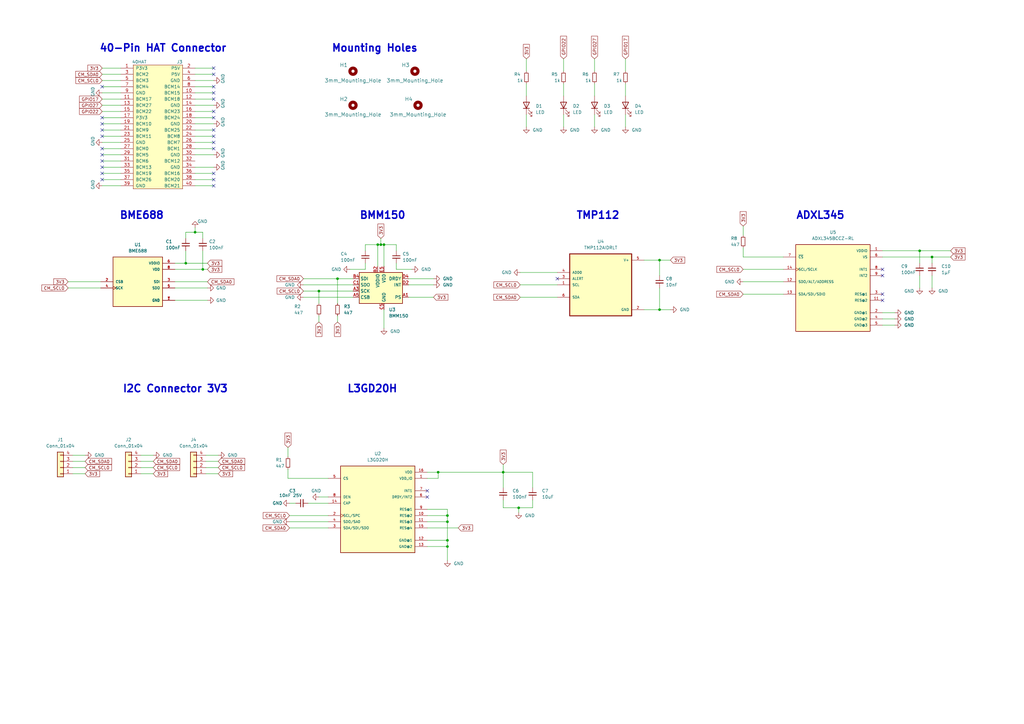
<source format=kicad_sch>
(kicad_sch (version 20230121) (generator eeschema)
  (paper "A3")
  (title_block (title "Raspberry Pi HAT") (rev "A"))
  (lib_symbols
    (symbol "ADXL345BCCZ-RL:ADXL345BCCZ-RL" (pin_names (offset 1.016))
      (property "Reference" "U" (at -14.224 18.542 0))
      (property "Value" "ADXL345BCCZ-RL" (at -14.2494 -19.8374 0))
      (symbol "ADXL345BCCZ-RL_0_0"
        (rectangle (start -15.24 -17.78) (end 15.24 17.78) (stroke (width 0.254)) (fill (type background)))
        (pin power_in line (at 20.32 15.24 180) (length 5.08) (name "VDDIO") (number "1"))
        (pin passive line (at 20.32 -5.08 180) (length 5.08) (name "RES@2") (number "11"))
        (pin bidirectional line (at -20.32 2.54 0) (length 5.08) (name "SDO/ALT/ADDRESS") (number "12"))
        (pin bidirectional line (at -20.32 -2.54 0) (length 5.08) (name "SDA/SDI/SDIO") (number "13"))
        (pin input clock (at -20.32 7.62 0) (length 5.08) (name "SCL/SCLK") (number "14"))
        (pin power_in line (at 20.32 -10.16 180) (length 5.08) (name "GND@1") (number "2"))
        (pin passive line (at 20.32 -2.54 180) (length 5.08) (name "RES@1") (number "3"))
        (pin power_in line (at 20.32 -12.7 180) (length 5.08) (name "GND@2") (number "4"))
        (pin power_in line (at 20.32 -15.24 180) (length 5.08) (name "GND@3") (number "5"))
        (pin power_in line (at 20.32 12.7 180) (length 5.08) (name "VS") (number "6"))
        (pin bidirectional line (at -20.32 12.7 0) (length 5.08) (name "~{CS}") (number "7"))
        (pin output line (at 20.32 7.62 180) (length 5.08) (name "INT1") (number "8"))
        (pin output line (at 20.32 5.08 180) (length 5.08) (name "INT2") (number "9"))
      )
    )
    (symbol "BME688:BME688" (pin_names (offset 1.016))
      (property "Reference" "U" (at -10.16 10.668 0))
      (property "Value" "BME688" (at -10.16 -12.7 0))
      (symbol "BME688_0_0"
        (rectangle (start -10.16 -10.16) (end 10.16 10.16) (stroke (width 0.254)) (fill (type background)))
        (pin power_in line (at 15.24 -7.62 180) (length 5.08) (name "GND") (number "1"))
        (pin input line (at -15.24 0 0) (length 5.08) (name "CSB") (number "2"))
        (pin bidirectional line (at 15.24 0 180) (length 5.08) (name "SDI") (number "3"))
        (pin input clock (at -15.24 -2.54 0) (length 5.08) (name "SCK") (number "4"))
        (pin bidirectional line (at 15.24 -2.54 180) (length 5.08) (name "SDO") (number "5"))
        (pin power_in line (at 15.24 7.62 180) (length 5.08) (name "VDDIO") (number "6"))
        (pin power_in line (at 15.24 -7.62 180) (length 5.08) (name "GND") (number "7"))
        (pin power_in line (at 15.24 5.08 180) (length 5.08) (name "VDD") (number "8"))
      )
    )
    (symbol "Connector_Generic:Conn_01x04" (pin_names (offset 1.016) hide)
      (property "Reference" "J" (at 0 5.08 0))
      (property "Value" "Conn_01x04" (at 0 -7.62 0))
      (symbol "Conn_01x04_1_1"
        (rectangle (start -1.27 -4.953) (end 0 -5.207) (stroke (width 0.1524)))
        (rectangle (start -1.27 -2.413) (end 0 -2.667) (stroke (width 0.1524)))
        (rectangle (start -1.27 0.127) (end 0 -0.127) (stroke (width 0.1524)))
        (rectangle (start -1.27 2.667) (end 0 2.413) (stroke (width 0.1524)))
        (rectangle (start -1.27 3.81) (end 1.27 -6.35) (stroke (width 0.254)) (fill (type background)))
        (pin passive line (at -5.08 2.54 0) (length 3.81) (name "Pin_1") (number "1"))
        (pin passive line (at -5.08 0 0) (length 3.81) (name "Pin_2") (number "2"))
        (pin passive line (at -5.08 -2.54 0) (length 3.81) (name "Pin_3") (number "3"))
        (pin passive line (at -5.08 -5.08 0) (length 3.81) (name "Pin_4") (number "4"))
      )
    )
    (symbol "Device:C_Small" (pin_numbers hide) (pin_names (offset 0.254) hide)
      (property "Reference" "C" (at 0.254 1.778 0))
      (property "Value" "C_Small" (at 0.254 -2.032 0))
      (symbol "C_Small_0_1"
        (polyline (pts (xy -1.524 -0.508) (xy 1.524 -0.508)) (stroke (width 0.3302)))
        (polyline (pts (xy -1.524 0.508) (xy 1.524 0.508)) (stroke (width 0.3048)))
      )
      (symbol "C_Small_1_1"
        (pin passive line (at 0 2.54 270) (length 2.032) (name "~") (number "1"))
        (pin passive line (at 0 -2.54 90) (length 2.032) (name "~") (number "2"))
      )
    )
    (symbol "Device:LED" (pin_numbers hide) (pin_names (offset 1.016) hide)
      (property "Reference" "D" (at 0 2.54 0))
      (property "Value" "LED" (at 0 -2.54 0))
      (symbol "LED_0_1"
        (polyline (pts (xy -1.27 -1.27) (xy -1.27 1.27)) (stroke (width 0.254)))
        (polyline (pts (xy -1.27 0) (xy 1.27 0)))
        (polyline (pts (xy 1.27 -1.27) (xy 1.27 1.27) (xy -1.27 0) (xy 1.27 -1.27)) (stroke (width 0.254)))
        (polyline (pts (xy -3.048 -0.762) (xy -4.572 -2.286) (xy -3.81 -2.286) (xy -4.572 -2.286) (xy -4.572 -1.524)))
        (polyline (pts (xy -1.778 -0.762) (xy -3.302 -2.286) (xy -2.54 -2.286) (xy -3.302 -2.286) (xy -3.302 -1.524)))
      )
      (symbol "LED_1_1"
        (pin passive line (at -3.81 0 0) (length 2.54) (name "K") (number "1"))
        (pin passive line (at 3.81 0 180) (length 2.54) (name "A") (number "2"))
      )
    )
    (symbol "Device:R_Small" (pin_numbers hide) (pin_names (offset 0.254) hide)
      (property "Reference" "R" (at 0.762 0.508 0))
      (property "Value" "R_Small" (at 0.762 -1.016 0))
      (symbol "R_Small_0_1"
        (rectangle (start -0.762 1.778) (end 0.762 -1.778) (stroke (width 0.2032)))
      )
      (symbol "R_Small_1_1"
        (pin passive line (at 0 2.54 270) (length 0.762) (name "~") (number "1"))
        (pin passive line (at 0 -2.54 90) (length 0.762) (name "~") (number "2"))
      )
    )
    (symbol "L3GD20H:L3GD20H" (pin_names (offset 1.016))
      (property "Reference" "U" (at -15.259 17.8022 0))
      (property "Value" "L3GD20H" (at -15.2444 -20.3259 0))
      (symbol "L3GD20H_0_0"
        (rectangle (start -15.24 -17.78) (end 15.24 17.78) (stroke (width 0.254)) (fill (type background)))
        (pin power_in line (at 20.32 12.7 180) (length 5.08) (name "VDD_IO") (number "1"))
        (pin power_in line (at 20.32 -2.54 180) (length 5.08) (name "RES@2") (number "10"))
        (pin power_in line (at 20.32 -5.08 180) (length 5.08) (name "RES@3") (number "11"))
        (pin power_in line (at 20.32 -12.7 180) (length 5.08) (name "GND@1") (number "12"))
        (pin power_in line (at 20.32 -15.24 180) (length 5.08) (name "GND@2") (number "13"))
        (pin passive line (at -20.32 2.54 0) (length 5.08) (name "CAP") (number "14"))
        (pin power_in line (at 20.32 -7.62 180) (length 5.08) (name "RES@4") (number "15"))
        (pin power_in line (at 20.32 15.24 180) (length 5.08) (name "VDD") (number "16"))
        (pin input clock (at -20.32 -2.54 0) (length 5.08) (name "SCL/SPC") (number "2"))
        (pin bidirectional line (at -20.32 -7.62 0) (length 5.08) (name "SDA/SDI/SDO") (number "3"))
        (pin bidirectional line (at -20.32 -5.08 0) (length 5.08) (name "SDO/SA0") (number "4"))
        (pin input line (at -20.32 12.7 0) (length 5.08) (name "CS") (number "5"))
        (pin output line (at 20.32 5.08 180) (length 5.08) (name "DRDY/INT2") (number "6"))
        (pin output line (at 20.32 7.62 180) (length 5.08) (name "INT1") (number "7"))
        (pin input line (at -20.32 5.08 0) (length 5.08) (name "DEN") (number "8"))
        (pin power_in line (at 20.32 0 180) (length 5.08) (name "RES@1") (number "9"))
      )
    )
    (symbol "Mechanical:MountingHole" (pin_names (offset 1.016))
      (property "Reference" "H" (at 0 5.08 0))
      (property "Value" "MountingHole" (at 0 3.175 0))
      (symbol "MountingHole_0_1"
        (circle (center 0 0) (radius 1.27) (stroke (width 1.27)))
      )
    )
    (symbol "Sensor_Magnetic:BMM150"
      (property "Reference" "U" (at -10.16 6.35 0))
      (property "Value" "BMM150" (at 7.62 6.35 0))
      (symbol "BMM150_0_1"
        (rectangle (start -10.16 5.08) (end 7.62 -7.62) (stroke (width 0.254)) (fill (type background)))
      )
      (symbol "BMM150_1_1"
        (pin input line (at 10.16 -5.08 180) (length 2.54) (name "PS") (number "A1"))
        (pin bidirectional line (at -12.7 -2.54 0) (length 2.54) (name "SCK") (number "A3"))
        (pin input line (at -12.7 -5.08 0) (length 2.54) (name "CSB") (number "A5"))
        (pin power_in line (at -2.54 7.62 270) (length 2.54) (name "VDDIO") (number "B2"))
        (pin bidirectional line (at -12.7 2.54 0) (length 2.54) (name "SDI") (number "B4"))
        (pin bidirectional line (at -12.7 0 0) (length 2.54) (name "SDO") (number "C1"))
        (pin power_in line (at 0 -10.16 90) (length 2.54) (name "GND") (number "C5"))
        (pin output line (at 10.16 0 180) (length 2.54) (name "INT") (number "D2"))
        (pin output line (at 10.16 2.54 180) (length 2.54) (name "DRDY") (number "D4"))
        (pin passive line (at 0 -10.16 90) (length 2.54) hide (name "GND") (number "E1"))
        (pin passive line (at 0 -10.16 90) (length 2.54) hide (name "GND") (number "E3"))
        (pin power_in line (at 0 7.62 270) (length 2.54) (name "VDD") (number "E5"))
      )
    )
    (symbol "TMP112AIDRLT:TMP112AIDRLT" (pin_names (offset 1.016))
      (property "Reference" "U" (at -12.7 13.6906 0))
      (property "Value" "TMP112AIDRLT" (at -12.7 -16.6878 0))
      (symbol "TMP112AIDRLT_0_0"
        (rectangle (start -12.7 -12.7) (end 12.7 12.7) (stroke (width 0.4064)) (fill (type background)))
        (pin input line (at -17.78 0 0) (length 5.08) (name "SCL") (number "1"))
        (pin power_in line (at 17.78 -10.16 180) (length 5.08) (name "GND") (number "2"))
        (pin input line (at -17.78 2.54 0) (length 5.08) (name "ALERT") (number "3"))
        (pin input line (at -17.78 5.08 0) (length 5.08) (name "ADD0") (number "4"))
        (pin power_in line (at 17.78 10.16 180) (length 5.08) (name "V+") (number "5"))
        (pin bidirectional line (at -17.78 -5.08 0) (length 5.08) (name "SDA") (number "6"))
      )
    )
    (symbol "power:GND" (power) (pin_names (offset 0))
      (property "Value" "GND" (at 0 -3.81 0))
      (symbol "GND_0_1"
        (polyline (pts (xy 0 0) (xy 0 -1.27) (xy 1.27 -1.27) (xy 0 -2.54) (xy -1.27 -1.27) (xy 0 -1.27)))
      )
      (symbol "GND_1_1"
        (pin power_in line (at 0 0 270) (length 0) hide (name "GND") (number "1"))
      )
    )
    (symbol "raspberrypi_hat:OX40HAT" (pin_names (offset 1.016))
      (property "Reference" "J" (at 8.89 2.54 0))
      (property "Value" "OX40HAT" (at -7.62 2.54 0))
      (symbol "OX40HAT_0_1"
        (rectangle (start -10.16 1.27) (end 10.16 -49.53) (fill (type background)))
      )
      (symbol "OX40HAT_1_1"
        (pin bidirectional line (at -15.24 0 0) (length 5.08) (name "P3V3") (number "1"))
        (pin bidirectional line (at 15.24 -10.16 180) (length 5.08) (name "BCM15") (number "10"))
        (pin bidirectional line (at -15.24 -12.7 0) (length 5.08) (name "BCM17") (number "11"))
        (pin bidirectional line (at 15.24 -12.7 180) (length 5.08) (name "BCM18") (number "12"))
        (pin bidirectional line (at -15.24 -15.24 0) (length 5.08) (name "BCM27") (number "13"))
        (pin bidirectional line (at 15.24 -15.24 180) (length 5.08) (name "GND") (number "14"))
        (pin bidirectional line (at -15.24 -17.78 0) (length 5.08) (name "BCM22") (number "15"))
        (pin bidirectional line (at 15.24 -17.78 180) (length 5.08) (name "BCM23") (number "16"))
        (pin bidirectional line (at -15.24 -20.32 0) (length 5.08) (name "P3V3") (number "17"))
        (pin bidirectional line (at 15.24 -20.32 180) (length 5.08) (name "BCM24") (number "18"))
        (pin bidirectional line (at -15.24 -22.86 0) (length 5.08) (name "BCM10") (number "19"))
        (pin bidirectional line (at 15.24 0 180) (length 5.08) (name "P5V") (number "2"))
        (pin bidirectional line (at 15.24 -22.86 180) (length 5.08) (name "GND") (number "20"))
        (pin bidirectional line (at -15.24 -25.4 0) (length 5.08) (name "BCM9") (number "21"))
        (pin bidirectional line (at 15.24 -25.4 180) (length 5.08) (name "BCM25") (number "22"))
        (pin bidirectional line (at -15.24 -27.94 0) (length 5.08) (name "BCM11") (number "23"))
        (pin bidirectional line (at 15.24 -27.94 180) (length 5.08) (name "BCM8") (number "24"))
        (pin bidirectional line (at -15.24 -30.48 0) (length 5.08) (name "GND") (number "25"))
        (pin bidirectional line (at 15.24 -30.48 180) (length 5.08) (name "BCM7") (number "26"))
        (pin bidirectional line (at -15.24 -33.02 0) (length 5.08) (name "BCM0") (number "27"))
        (pin bidirectional line (at 15.24 -33.02 180) (length 5.08) (name "BCM1") (number "28"))
        (pin bidirectional line (at -15.24 -35.56 0) (length 5.08) (name "BCM5") (number "29"))
        (pin bidirectional line (at -15.24 -2.54 0) (length 5.08) (name "BCM2") (number "3"))
        (pin bidirectional line (at 15.24 -35.56 180) (length 5.08) (name "GND") (number "30"))
        (pin bidirectional line (at -15.24 -38.1 0) (length 5.08) (name "BCM6") (number "31"))
        (pin bidirectional line (at 15.24 -38.1 180) (length 5.08) (name "BCM12") (number "32"))
        (pin bidirectional line (at -15.24 -40.64 0) (length 5.08) (name "BCM13") (number "33"))
        (pin bidirectional line (at 15.24 -40.64 180) (length 5.08) (name "GND") (number "34"))
        (pin bidirectional line (at -15.24 -43.18 0) (length 5.08) (name "BCM19") (number "35"))
        (pin bidirectional line (at 15.24 -43.18 180) (length 5.08) (name "BCM16") (number "36"))
        (pin bidirectional line (at -15.24 -45.72 0) (length 5.08) (name "BCM26") (number "37"))
        (pin bidirectional line (at 15.24 -45.72 180) (length 5.08) (name "BCM20") (number "38"))
        (pin bidirectional line (at -15.24 -48.26 0) (length 5.08) (name "GND") (number "39"))
        (pin bidirectional line (at 15.24 -2.54 180) (length 5.08) (name "P5V") (number "4"))
        (pin bidirectional line (at 15.24 -48.26 180) (length 5.08) (name "BCM21") (number "40"))
        (pin bidirectional line (at -15.24 -5.08 0) (length 5.08) (name "BCM3") (number "5"))
        (pin bidirectional line (at 15.24 -5.08 180) (length 5.08) (name "GND") (number "6"))
        (pin bidirectional line (at -15.24 -7.62 0) (length 5.08) (name "BCM4") (number "7"))
        (pin bidirectional line (at 15.24 -7.62 180) (length 5.08) (name "BCM14") (number "8"))
        (pin bidirectional line (at -15.24 -10.16 0) (length 5.08) (name "GND") (number "9"))
      )
    )
  )
  (junction (at 80.01 95.25))
  (junction (at 130.81 119.38))
  (junction (at 156.21 100.33))
  (junction (at 270.51 127))
  (junction (at 76.2 107.95))
  (junction (at 212.725 208.28))
  (junction (at 377.19 102.87))
  (junction (at 382.27 105.41))
  (junction (at 183.515 211.455))
  (junction (at 206.375 193.675))
  (junction (at 179.705 193.675))
  (junction (at 83.185 110.49))
  (junction (at 183.515 221.615))
  (junction (at 138.43 114.3))
  (junction (at 270.51 106.68))
  (junction (at 183.515 213.995))
  (junction (at 154.94 100.33))
  (junction (at 183.515 224.155))
  (junction (at 157.48 100.33))
  (no_connect (at 41.91 71.12))
  (no_connect (at 175.26 203.835))
  (no_connect (at 361.95 123.19))
  (no_connect (at 87.63 38.1))
  (no_connect (at 87.63 40.64))
  (no_connect (at 87.63 48.26))
  (no_connect (at 87.63 60.96))
  (no_connect (at 87.63 55.88))
  (no_connect (at 87.63 71.12))
  (no_connect (at 361.95 110.49))
  (no_connect (at 87.63 35.56))
  (no_connect (at 87.63 76.2))
  (no_connect (at 41.91 73.66))
  (no_connect (at 87.63 73.66))
  (no_connect (at 87.63 27.94))
  (no_connect (at 87.63 30.48))
  (no_connect (at 175.26 201.295))
  (no_connect (at 41.91 60.96))
  (no_connect (at 41.91 50.8))
  (no_connect (at 361.95 113.03))
  (no_connect (at 361.95 120.65))
  (no_connect (at 41.91 68.58))
  (no_connect (at 87.63 45.72))
  (no_connect (at 41.91 35.56))
  (no_connect (at 228.6 114.3))
  (no_connect (at 41.91 48.26))
  (no_connect (at 41.91 55.88))
  (no_connect (at 41.91 66.04))
  (no_connect (at 87.63 58.42))
  (no_connect (at 87.63 53.34))
  (no_connect (at 41.91 63.5))
  (no_connect (at 41.91 53.34))
  (wire (pts (xy 71.755 107.95) (xy 76.2 107.95)))
  (wire (pts (xy 175.26 224.155) (xy 183.515 224.155)))
  (wire (pts (xy 206.375 193.675) (xy 218.44 193.675)))
  (wire (pts (xy 138.43 114.3) (xy 138.43 124.46)))
  (wire (pts (xy 157.48 100.33) (xy 157.48 109.22)))
  (wire (pts (xy 175.26 208.915) (xy 183.515 208.915)))
  (wire (pts (xy 80.01 95.25) (xy 83.185 95.25)))
  (wire (pts (xy 361.95 102.87) (xy 377.19 102.87)))
  (wire (pts (xy 138.43 114.3) (xy 144.78 114.3)))
  (wire (pts (xy 124.46 114.3) (xy 138.43 114.3)))
  (wire (pts (xy 130.81 119.38) (xy 144.78 119.38)))
  (wire (pts (xy 157.48 127) (xy 157.48 134.62)))
  (wire (pts (xy 183.515 213.995) (xy 183.515 221.615)))
  (wire (pts (xy 87.63 60.96) (xy 80.01 60.96)))
  (wire (pts (xy 41.91 40.64) (xy 49.53 40.64)))
  (wire (pts (xy 183.515 224.155) (xy 183.515 229.87)))
  (wire (pts (xy 256.54 24.13) (xy 256.54 29.21)))
  (wire (pts (xy 71.755 123.19) (xy 85.09 123.19)))
  (wire (pts (xy 270.51 127) (xy 274.955 127)))
  (wire (pts (xy 206.375 208.28) (xy 212.725 208.28)))
  (wire (pts (xy 126.365 206.375) (xy 134.62 206.375)))
  (wire (pts (xy 84.455 186.69) (xy 89.535 186.69)))
  (wire (pts (xy 175.26 213.995) (xy 183.515 213.995)))
  (wire (pts (xy 304.8 120.65) (xy 321.31 120.65)))
  (wire (pts (xy 149.86 110.49) (xy 143.51 110.49)))
  (wire (pts (xy 167.64 121.92) (xy 177.8 121.92)))
  (wire (pts (xy 270.51 127) (xy 264.16 127)))
  (wire (pts (xy 218.44 193.675) (xy 218.44 200.025)))
  (wire (pts (xy 377.19 102.87) (xy 377.19 107.95)))
  (wire (pts (xy 41.91 45.72) (xy 49.53 45.72)))
  (wire (pts (xy 270.51 118.11) (xy 270.51 127)))
  (wire (pts (xy 256.54 34.29) (xy 256.54 39.37)))
  (wire (pts (xy 76.2 97.79) (xy 76.2 95.25)))
  (wire (pts (xy 243.84 34.29) (xy 243.84 39.37)))
  (wire (pts (xy 41.91 50.8) (xy 49.53 50.8)))
  (wire (pts (xy 231.14 34.29) (xy 231.14 39.37)))
  (wire (pts (xy 27.94 118.11) (xy 41.275 118.11)))
  (wire (pts (xy 87.63 55.88) (xy 80.01 55.88)))
  (wire (pts (xy 87.63 58.42) (xy 80.01 58.42)))
  (wire (pts (xy 130.81 119.38) (xy 130.81 124.46)))
  (wire (pts (xy 87.63 71.12) (xy 80.01 71.12)))
  (wire (pts (xy 156.21 100.33) (xy 157.48 100.33)))
  (wire (pts (xy 124.46 119.38) (xy 130.81 119.38)))
  (wire (pts (xy 84.455 191.77) (xy 89.535 191.77)))
  (wire (pts (xy 29.845 189.23) (xy 34.925 189.23)))
  (wire (pts (xy 118.745 213.995) (xy 134.62 213.995)))
  (wire (pts (xy 80.01 43.18) (xy 87.63 43.18)))
  (wire (pts (xy 270.51 106.68) (xy 274.955 106.68)))
  (wire (pts (xy 175.26 216.535) (xy 187.96 216.535)))
  (wire (pts (xy 83.185 102.87) (xy 83.185 110.49)))
  (wire (pts (xy 87.63 35.56) (xy 80.01 35.56)))
  (wire (pts (xy 149.86 107.95) (xy 149.86 110.49)))
  (wire (pts (xy 118.11 192.405) (xy 118.11 196.215)))
  (wire (pts (xy 162.56 100.33) (xy 162.56 102.87)))
  (wire (pts (xy 175.26 193.675) (xy 179.705 193.675)))
  (wire (pts (xy 124.46 121.92) (xy 144.78 121.92)))
  (wire (pts (xy 231.14 24.13) (xy 231.14 29.21)))
  (wire (pts (xy 213.36 111.76) (xy 228.6 111.76)))
  (wire (pts (xy 118.11 183.515) (xy 118.11 187.325)))
  (wire (pts (xy 41.91 48.26) (xy 49.53 48.26)))
  (wire (pts (xy 304.8 92.71) (xy 304.8 96.52)))
  (wire (pts (xy 179.705 193.675) (xy 206.375 193.675)))
  (wire (pts (xy 206.375 193.675) (xy 206.375 200.025)))
  (wire (pts (xy 304.8 101.6) (xy 304.8 105.41)))
  (wire (pts (xy 213.36 121.92) (xy 228.6 121.92)))
  (wire (pts (xy 29.845 191.77) (xy 34.925 191.77)))
  (wire (pts (xy 157.48 100.33) (xy 162.56 100.33)))
  (wire (pts (xy 87.63 73.66) (xy 80.01 73.66)))
  (wire (pts (xy 215.9 46.99) (xy 215.9 52.07)))
  (wire (pts (xy 80.01 63.5) (xy 87.63 63.5)))
  (wire (pts (xy 218.44 208.28) (xy 212.725 208.28)))
  (wire (pts (xy 29.845 194.31) (xy 34.925 194.31)))
  (wire (pts (xy 80.01 68.58) (xy 87.63 68.58)))
  (wire (pts (xy 41.91 76.2) (xy 49.53 76.2)))
  (wire (pts (xy 156.21 97.79) (xy 156.21 100.33)))
  (wire (pts (xy 41.91 30.48) (xy 49.53 30.48)))
  (wire (pts (xy 41.91 58.42) (xy 49.53 58.42)))
  (wire (pts (xy 361.95 128.27) (xy 367.03 128.27)))
  (wire (pts (xy 218.44 205.105) (xy 218.44 208.28)))
  (wire (pts (xy 76.2 95.25) (xy 80.01 95.25)))
  (wire (pts (xy 41.91 55.88) (xy 49.53 55.88)))
  (wire (pts (xy 231.14 46.99) (xy 231.14 52.07)))
  (wire (pts (xy 167.64 114.3) (xy 177.8 114.3)))
  (wire (pts (xy 71.755 115.57) (xy 85.09 115.57)))
  (wire (pts (xy 304.8 105.41) (xy 321.31 105.41)))
  (wire (pts (xy 57.785 194.31) (xy 62.865 194.31)))
  (wire (pts (xy 382.27 113.03) (xy 382.27 118.11)))
  (wire (pts (xy 83.185 110.49) (xy 85.09 110.49)))
  (wire (pts (xy 57.785 191.77) (xy 62.865 191.77)))
  (wire (pts (xy 83.185 95.25) (xy 83.185 97.79)))
  (wire (pts (xy 76.2 107.95) (xy 85.09 107.95)))
  (wire (pts (xy 154.94 100.33) (xy 156.21 100.33)))
  (wire (pts (xy 80.01 93.345) (xy 80.01 95.25)))
  (wire (pts (xy 87.63 76.2) (xy 80.01 76.2)))
  (wire (pts (xy 57.785 189.23) (xy 62.865 189.23)))
  (wire (pts (xy 118.745 206.375) (xy 121.285 206.375)))
  (wire (pts (xy 80.01 33.02) (xy 87.63 33.02)))
  (wire (pts (xy 167.64 116.84) (xy 177.8 116.84)))
  (wire (pts (xy 87.63 38.1) (xy 80.01 38.1)))
  (wire (pts (xy 206.375 190.5) (xy 206.375 193.675)))
  (wire (pts (xy 304.8 115.57) (xy 321.31 115.57)))
  (wire (pts (xy 377.19 113.03) (xy 377.19 118.11)))
  (wire (pts (xy 361.95 105.41) (xy 382.27 105.41)))
  (wire (pts (xy 71.755 118.11) (xy 85.09 118.11)))
  (wire (pts (xy 215.9 34.29) (xy 215.9 39.37)))
  (wire (pts (xy 206.375 205.105) (xy 206.375 208.28)))
  (wire (pts (xy 256.54 46.99) (xy 256.54 52.07)))
  (wire (pts (xy 41.91 63.5) (xy 49.53 63.5)))
  (wire (pts (xy 243.84 24.13) (xy 243.84 29.21)))
  (wire (pts (xy 270.51 106.68) (xy 270.51 113.03)))
  (wire (pts (xy 154.94 100.33) (xy 149.86 100.33)))
  (wire (pts (xy 87.63 40.64) (xy 80.01 40.64)))
  (wire (pts (xy 41.91 73.66) (xy 49.53 73.66)))
  (wire (pts (xy 57.785 186.69) (xy 62.865 186.69)))
  (wire (pts (xy 118.11 196.215) (xy 134.62 196.215)))
  (wire (pts (xy 361.95 133.35) (xy 367.03 133.35)))
  (wire (pts (xy 87.63 27.94) (xy 80.01 27.94)))
  (wire (pts (xy 175.26 196.215) (xy 179.705 196.215)))
  (wire (pts (xy 41.91 35.56) (xy 49.53 35.56)))
  (wire (pts (xy 124.46 116.84) (xy 144.78 116.84)))
  (wire (pts (xy 212.725 208.28) (xy 212.725 210.185)))
  (wire (pts (xy 41.91 38.1) (xy 49.53 38.1)))
  (wire (pts (xy 304.8 110.49) (xy 321.31 110.49)))
  (wire (pts (xy 213.36 116.84) (xy 228.6 116.84)))
  (wire (pts (xy 377.19 102.87) (xy 389.89 102.87)))
  (wire (pts (xy 41.91 68.58) (xy 49.53 68.58)))
  (wire (pts (xy 215.9 24.13) (xy 215.9 29.21)))
  (wire (pts (xy 183.515 221.615) (xy 183.515 224.155)))
  (wire (pts (xy 382.27 105.41) (xy 389.89 105.41)))
  (wire (pts (xy 130.81 129.54) (xy 130.81 132.08)))
  (wire (pts (xy 175.26 211.455) (xy 183.515 211.455)))
  (wire (pts (xy 130.81 203.835) (xy 134.62 203.835)))
  (wire (pts (xy 243.84 46.99) (xy 243.84 52.07)))
  (wire (pts (xy 29.845 186.69) (xy 34.925 186.69)))
  (wire (pts (xy 138.43 129.54) (xy 138.43 132.08)))
  (wire (pts (xy 118.745 216.535) (xy 134.62 216.535)))
  (wire (pts (xy 87.63 30.48) (xy 80.01 30.48)))
  (wire (pts (xy 264.16 106.68) (xy 270.51 106.68)))
  (wire (pts (xy 84.455 189.23) (xy 89.535 189.23)))
  (wire (pts (xy 80.01 50.8) (xy 87.63 50.8)))
  (wire (pts (xy 87.63 53.34) (xy 80.01 53.34)))
  (wire (pts (xy 175.26 221.615) (xy 183.515 221.615)))
  (wire (pts (xy 183.515 208.915) (xy 183.515 211.455)))
  (wire (pts (xy 162.56 110.49) (xy 162.56 107.95)))
  (wire (pts (xy 84.455 194.31) (xy 89.535 194.31)))
  (wire (pts (xy 41.91 60.96) (xy 49.53 60.96)))
  (wire (pts (xy 118.745 211.455) (xy 134.62 211.455)))
  (wire (pts (xy 87.63 48.26) (xy 80.01 48.26)))
  (wire (pts (xy 87.63 45.72) (xy 80.01 45.72)))
  (wire (pts (xy 27.94 115.57) (xy 41.275 115.57)))
  (wire (pts (xy 149.86 100.33) (xy 149.86 102.87)))
  (wire (pts (xy 41.91 27.94) (xy 49.53 27.94)))
  (wire (pts (xy 361.95 130.81) (xy 367.03 130.81)))
  (wire (pts (xy 179.705 196.215) (xy 179.705 193.675)))
  (wire (pts (xy 168.91 110.49) (xy 162.56 110.49)))
  (wire (pts (xy 41.91 43.18) (xy 49.53 43.18)))
  (wire (pts (xy 183.515 211.455) (xy 183.515 213.995)))
  (wire (pts (xy 41.91 33.02) (xy 49.53 33.02)))
  (wire (pts (xy 71.755 110.49) (xy 83.185 110.49)))
  (wire (pts (xy 382.27 105.41) (xy 382.27 107.95)))
  (wire (pts (xy 41.91 71.12) (xy 49.53 71.12)))
  (wire (pts (xy 76.2 102.87) (xy 76.2 107.95)))
  (wire (pts (xy 41.91 66.04) (xy 49.53 66.04)))
  (wire (pts (xy 41.91 53.34) (xy 49.53 53.34)))
  (wire (pts (xy 154.94 100.33) (xy 154.94 109.22)))
  (text "I2C Connector 3V3" (at 50.165 161.29 0) (effects (font (size 3 3) (thickness 0.6) bold) (justify left bottom)))
  (text "ADXL345" (at 326.39 90.17 0) (effects (font (size 3 3) (thickness 0.6) bold) (justify left bottom)))
  (text "40-Pin HAT Connector" (at 40.64 21.59 0) (effects (font (size 2.9972 2.9972) (thickness 0.5994) bold) (justify left bottom)))
  (text "Mounting Holes" (at 135.89 21.59 0) (effects (font (size 2.9972 2.9972) (thickness 0.5994) bold) (justify left bottom)))
  (text "BMM150" (at 147.32 90.17 0) (effects (font (size 3 3) (thickness 0.6) bold) (justify left bottom)))
  (text "TMP112" (at 236.22 90.17 0) (effects (font (size 3 3) (thickness 0.6) bold) (justify left bottom)))
  (text "BME688\n" (at 48.895 90.17 0) (effects (font (size 3 3) (thickness 0.6) bold) (justify left bottom)))
  (text "L3GD20H" (at 142.24 161.29 0) (effects (font (size 3 3) (thickness 0.6) bold) (justify left bottom)))
  (global_label "3V3" (shape input) (at 41.91 27.94 180) (property "Intersheetrefs" "${INTERSHEET_REFS}" (effects hide)))
  (global_label "GPIO22" (shape input) (at 41.91 45.72 180) (property "Intersheetrefs" "${INTERSHEET_REFS}" (effects hide)))
  (global_label "CM_SDA0" (shape input) (at 118.745 216.535 180) (property "Intersheetrefs" "${INTERSHEET_REFS}" (effects hide)))
  (global_label "3V3" (shape input) (at 138.43 132.08 270) (property "Intersheetrefs" "${INTERSHEET_REFS}" (effects hide)))
  (global_label "3V3" (shape input) (at 85.09 110.49 0) (property "Intersheetrefs" "${INTERSHEET_REFS}" (effects hide)))
  (global_label "GPIO27" (shape input) (at 41.91 43.18 180) (property "Intersheetrefs" "${INTERSHEET_REFS}" (effects hide)))
  (global_label "CM_SCL0" (shape input) (at 213.36 116.84 180) (property "Intersheetrefs" "${INTERSHEET_REFS}" (effects hide)))
  (global_label "3V3" (shape input) (at 177.8 121.92 0) (property "Intersheetrefs" "${INTERSHEET_REFS}" (effects hide)))
  (global_label "CM_SCL0" (shape input) (at 304.8 110.49 180) (property "Intersheetrefs" "${INTERSHEET_REFS}" (effects hide)))
  (global_label "CM_SDA0" (shape input) (at 41.91 30.48 180) (property "Intersheetrefs" "${INTERSHEET_REFS}" (effects hide)))
  (global_label "3V3" (shape input) (at 274.955 106.68 0) (property "Intersheetrefs" "${INTERSHEET_REFS}" (effects hide)))
  (global_label "CM_SCL0" (shape input) (at 34.925 191.77 0) (property "Intersheetrefs" "${INTERSHEET_REFS}" (effects hide)))
  (global_label "GPIO22" (shape input) (at 231.14 24.13 90) (property "Intersheetrefs" "${INTERSHEET_REFS}" (effects hide)))
  (global_label "CM_SDA0" (shape input) (at 62.865 189.23 0) (property "Intersheetrefs" "${INTERSHEET_REFS}" (effects hide)))
  (global_label "CM_SDA0" (shape input) (at 213.36 121.92 180) (property "Intersheetrefs" "${INTERSHEET_REFS}" (effects hide)))
  (global_label "3V3" (shape input) (at 34.925 194.31 0) (property "Intersheetrefs" "${INTERSHEET_REFS}" (effects hide)))
  (global_label "CM_SCL0" (shape input) (at 62.865 191.77 0) (property "Intersheetrefs" "${INTERSHEET_REFS}" (effects hide)))
  (global_label "3V3" (shape input) (at 187.96 216.535 0) (property "Intersheetrefs" "${INTERSHEET_REFS}" (effects hide)))
  (global_label "CM_SCL0" (shape input) (at 89.535 191.77 0) (property "Intersheetrefs" "${INTERSHEET_REFS}" (effects hide)))
  (global_label "CM_SDA0" (shape input) (at 34.925 189.23 0) (property "Intersheetrefs" "${INTERSHEET_REFS}" (effects hide)))
  (global_label "CM_SCL0" (shape input) (at 124.46 119.38 180) (property "Intersheetrefs" "${INTERSHEET_REFS}" (effects hide)))
  (global_label "CM_SCL0" (shape input) (at 27.94 118.11 180) (property "Intersheetrefs" "${INTERSHEET_REFS}" (effects hide)))
  (global_label "CM_SDA0" (shape input) (at 304.8 120.65 180) (property "Intersheetrefs" "${INTERSHEET_REFS}" (effects hide)))
  (global_label "3V3" (shape input) (at 118.11 183.515 90) (property "Intersheetrefs" "${INTERSHEET_REFS}" (effects hide)))
  (global_label "3V3" (shape input) (at 389.89 102.87 0) (property "Intersheetrefs" "${INTERSHEET_REFS}" (effects hide)))
  (global_label "3V3" (shape input) (at 304.8 92.71 90) (property "Intersheetrefs" "${INTERSHEET_REFS}" (effects hide)))
  (global_label "GPIO17" (shape input) (at 41.91 40.64 180) (property "Intersheetrefs" "${INTERSHEET_REFS}" (effects hide)))
  (global_label "CM_SDA0" (shape input) (at 85.09 115.57 0) (property "Intersheetrefs" "${INTERSHEET_REFS}" (effects hide)))
  (global_label "3V3" (shape input) (at 206.375 190.5 90) (property "Intersheetrefs" "${INTERSHEET_REFS}" (effects hide)))
  (global_label "CM_SDA0" (shape input) (at 124.46 114.3 180) (property "Intersheetrefs" "${INTERSHEET_REFS}" (effects hide)))
  (global_label "3V3" (shape input) (at 85.09 107.95 0) (property "Intersheetrefs" "${INTERSHEET_REFS}" (effects hide)))
  (global_label "3V3" (shape input) (at 62.865 194.31 0) (property "Intersheetrefs" "${INTERSHEET_REFS}" (effects hide)))
  (global_label "3V3" (shape input) (at 389.89 105.41 0) (property "Intersheetrefs" "${INTERSHEET_REFS}" (effects hide)))
  (global_label "3V3" (shape input) (at 130.81 132.08 270) (property "Intersheetrefs" "${INTERSHEET_REFS}" (effects hide)))
  (global_label "GPIO17" (shape input) (at 256.54 24.13 90) (property "Intersheetrefs" "${INTERSHEET_REFS}" (effects hide)))
  (global_label "CM_SCL0" (shape input) (at 41.91 33.02 180) (property "Intersheetrefs" "${INTERSHEET_REFS}" (effects hide)))
  (global_label "CM_SCL0" (shape input) (at 118.745 211.455 180) (property "Intersheetrefs" "${INTERSHEET_REFS}" (effects hide)))
  (global_label "3V3" (shape input) (at 215.9 24.13 90) (property "Intersheetrefs" "${INTERSHEET_REFS}" (effects hide)))
  (global_label "3V3" (shape input) (at 89.535 194.31 0) (property "Intersheetrefs" "${INTERSHEET_REFS}" (effects hide)))
  (global_label "3V3" (shape input) (at 156.21 97.79 90) (property "Intersheetrefs" "${INTERSHEET_REFS}" (effects hide)))
  (global_label "GPIO27" (shape input) (at 243.84 24.13 90) (property "Intersheetrefs" "${INTERSHEET_REFS}" (effects hide)))
  (global_label "CM_SDA0" (shape input) (at 89.535 189.23 0) (property "Intersheetrefs" "${INTERSHEET_REFS}" (effects hide)))
  (global_label "3V3" (shape input) (at 27.94 115.57 180) (property "Intersheetrefs" "${INTERSHEET_REFS}" (effects hide)))
  (symbol (lib_id "Mechanical:MountingHole") (at 144.78 29.21 0) (unit 1)
    (property "Reference" "H1" (at 140.97 26.67 0) (effects (font (size 1.524 1.524))))
    (property "Value" "3mm_Mounting_Hole" (at 144.78 33.02 0) (effects (font (size 1.524 1.524))))
    (property "Footprint" "project_footprints:NPTH_3mm_ID" (effects hide))
  )
  (symbol (lib_id "Mechanical:MountingHole") (at 170.18 29.21 0) (unit 1)
    (property "Reference" "H3" (at 166.37 26.67 0) (effects (font (size 1.524 1.524))))
    (property "Value" "3mm_Mounting_Hole" (at 170.18 33.02 0) (effects (font (size 1.524 1.524))))
    (property "Footprint" "project_footprints:NPTH_3mm_ID" (effects hide))
  )
  (symbol (lib_id "Mechanical:MountingHole") (at 144.78 43.18 0) (unit 1)
    (property "Reference" "H2" (at 140.97 40.64 0) (effects (font (size 1.524 1.524))))
    (property "Value" "3mm_Mounting_Hole" (at 144.78 46.99 0) (effects (font (size 1.524 1.524))))
    (property "Footprint" "project_footprints:NPTH_3mm_ID" (effects hide))
  )
  (symbol (lib_id "Mechanical:MountingHole") (at 171.45 43.18 0) (unit 1)
    (property "Reference" "H4" (at 167.64 40.64 0) (effects (font (size 1.524 1.524))))
    (property "Value" "3mm_Mounting_Hole" (at 171.45 46.99 0) (effects (font (size 1.524 1.524))))
    (property "Footprint" "project_footprints:NPTH_3mm_ID" (effects hide))
  )
  (symbol (lib_id "raspberrypi_hat:OX40HAT") (at 64.77 27.94 0) (unit 1)
    (property "Reference" "J3" (at 73.66 25.4 0))
    (property "Value" "40HAT" (at 57.15 25.4 0))
    (property "Footprint" "Connector_PinSocket_2.54mm:PinSocket_2x20_P2.54mm_Vertical" (effects hide))
  )
  (symbol (lib_id "power:GND") (at 177.8 114.3 90) (unit 1)
    (property "Reference" "#PWR023" (effects hide))
    (property "Value" "GND" (at 181.61 114.2999 90) (effects (justify right)))
  )
  (symbol (lib_id "Connector_Generic:Conn_01x04") (at 24.765 191.77 180) (unit 1)
    (property "Reference" "J1" (at 24.765 180.34 0))
    (property "Value" "Conn_01x04" (at 24.765 182.88 0))
    (property "Footprint" "Connector_PinHeader_2.54mm:PinHeader_1x04_P2.54mm_Vertical" (effects hide))
  )
  (symbol (lib_id "power:GND") (at 85.09 123.19 90) (unit 1)
    (property "Reference" "#PWR08" (effects hide))
    (property "Value" "GND" (at 92.71 123.19 90) (effects (justify left)))
  )
  (symbol (lib_id "Device:C_Small") (at 206.375 202.565 0) (unit 1)
    (property "Reference" "C6" (at 210.185 201.295 0) (effects (justify left)))
    (property "Value" "100nF" (at 210.185 203.835 0) (effects (justify left)))
    (property "Footprint" "Capacitor_SMD:C_0603_1608Metric_Pad1.08x0.95mm_HandSolder" (effects hide))
  )
  (symbol (lib_id "power:GND") (at 213.36 111.76 270) (unit 1)
    (property "Reference" "#PWR027" (effects hide))
    (property "Value" "GND" (at 205.74 111.76 90) (effects (justify left)))
  )
  (symbol (lib_id "power:GND") (at 367.03 130.81 90) (unit 1)
    (property "Reference" "#PWR035" (effects hide))
    (property "Value" "GND" (at 370.84 130.8099 90) (effects (justify right)))
  )
  (symbol (lib_id "power:GND") (at 41.91 76.2 270) (unit 1)
    (property "Reference" "#PWR04" (effects hide))
    (property "Value" "GND" (at 38.1 73.66 0) (effects (justify left)))
  )
  (symbol (lib_id "power:GND") (at 41.91 38.1 270) (unit 1)
    (property "Reference" "#PWR02" (effects hide))
    (property "Value" "GND" (at 38.1 35.56 0) (effects (justify left)))
  )
  (symbol (lib_id "BME688:BME688") (at 56.515 115.57 0) (unit 1)
    (property "Reference" "U1" (at 56.515 100.33 0))
    (property "Value" "BME688" (at 56.515 102.87 0))
    (property "Footprint" "Package_LGA:Bosch_LGA-8_3x3mm_P0.8mm_ClockwisePinNumbering" (effects hide))
    (property "STANDARD" "Manufacturer recommendations" (effects hide))
    (property "MANUFACTURER" "BOSCH" (effects hide))
    (property "PARTREV" "1.0" (effects hide))
    (property "MAXIMUM_PACKAGE_HEIGHT" "1.0 mm" (effects hide))
  )
  (symbol (lib_id "power:GND") (at 80.01 93.345 180) (unit 1)
    (property "Reference" "#PWR06" (effects hide))
    (property "Value" "GND" (at 85.09 90.805 0) (effects (justify left)))
  )
  (symbol (lib_id "Device:R_Small") (at 138.43 127 0) (unit 1)
    (property "Reference" "R3" (at 140.97 125.7299 0) (effects (justify left)))
    (property "Value" "4k7" (at 140.97 128.2699 0) (effects (justify left)))
    (property "Footprint" "Resistor_SMD:R_0603_1608Metric_Pad0.98x0.95mm_HandSolder" (effects hide))
  )
  (symbol (lib_id "Device:C_Small") (at 270.51 115.57 0) (unit 1)
    (property "Reference" "C8" (at 273.05 114.3062 0) (effects (justify left)))
    (property "Value" "10nF" (at 273.05 116.8462 0) (effects (justify left)))
    (property "Footprint" "Capacitor_SMD:C_0603_1608Metric_Pad1.08x0.95mm_HandSolder" (effects hide))
  )
  (symbol (lib_id "power:GND") (at 130.81 203.835 270) (unit 1)
    (property "Reference" "#PWR019" (effects hide))
    (property "Value" "GND" (at 127.635 201.295 90) (effects (justify left)))
  )
  (symbol (lib_id "power:GND") (at 367.03 128.27 90) (unit 1)
    (property "Reference" "#PWR034" (effects hide))
    (property "Value" "GND" (at 370.84 128.2699 90) (effects (justify right)))
  )
  (symbol (lib_id "power:GND") (at 256.54 52.07 0) (unit 1)
    (property "Reference" "#PWR031" (effects hide))
    (property "Value" "GND" (at 259.08 53.3399 0) (effects (justify left)))
  )
  (symbol (lib_id "Device:C_Small") (at 76.2 100.33 0) (unit 1)
    (property "Reference" "C1" (at 67.945 99.06 0) (effects (justify left)))
    (property "Value" "100nF" (at 67.945 101.6 0) (effects (justify left)))
    (property "Footprint" "Capacitor_SMD:C_0603_1608Metric_Pad1.08x0.95mm_HandSolder" (effects hide))
  )
  (symbol (lib_id "power:GND") (at 274.955 127 90) (unit 1)
    (property "Reference" "#PWR032" (effects hide))
    (property "Value" "GND" (at 278.765 126.9999 90) (effects (justify right)))
  )
  (symbol (lib_id "Device:C_Small") (at 382.27 110.49 0) (unit 1)
    (property "Reference" "C10" (at 386.08 109.22 0) (effects (justify left)))
    (property "Value" "1µF" (at 386.08 111.76 0) (effects (justify left)))
    (property "Footprint" "Capacitor_SMD:C_0603_1608Metric_Pad1.08x0.95mm_HandSolder" (effects hide))
  )
  (symbol (lib_id "Device:R_Small") (at 304.8 99.06 0) (unit 1)
    (property "Reference" "R8" (at 299.72 97.79 0) (effects (justify left)))
    (property "Value" "4k7" (at 299.72 100.33 0) (effects (justify left)))
    (property "Footprint" "Resistor_SMD:R_0603_1608Metric_Pad0.98x0.95mm_HandSolder" (effects hide))
  )
  (symbol (lib_id "Device:R_Small") (at 243.84 31.75 0) (unit 1)
    (property "Reference" "R6" (at 238.76 30.48 0) (effects (justify left)))
    (property "Value" "1k" (at 240.03 33.02 0) (effects (justify left)))
    (property "Footprint" "Resistor_SMD:R_0603_1608Metric_Pad0.98x0.95mm_HandSolder" (effects hide))
  )
  (symbol (lib_id "power:GND") (at 87.63 33.02 90) (unit 1)
    (property "Reference" "#PWR09" (effects hide))
    (property "Value" "GND" (at 91.44 34.29 0) (effects (justify left)))
  )
  (symbol (lib_id "Device:LED") (at 243.84 43.18 90) (unit 1)
    (property "Reference" "D3" (at 247.65 43.4974 90) (effects (justify right)))
    (property "Value" "LED" (at 247.65 46.0374 90) (effects (justify right)))
    (property "Footprint" "LED_SMD:LED_0603_1608Metric_Pad1.05x0.95mm_HandSolder" (effects hide))
  )
  (symbol (lib_id "power:GND") (at 183.515 229.87 0) (unit 1)
    (property "Reference" "#PWR025" (effects hide))
    (property "Value" "GND" (at 186.055 231.1399 0) (effects (justify left)))
  )
  (symbol (lib_id "Device:C_Small") (at 123.825 206.375 90) (unit 1)
    (property "Reference" "C3" (at 121.285 201.295 90) (effects (justify left)))
    (property "Value" "10nF 25V" (at 123.825 203.2 90) (effects (justify left)))
    (property "Footprint" "Capacitor_SMD:C_0603_1608Metric_Pad1.08x0.95mm_HandSolder" (effects hide))
  )
  (symbol (lib_id "Device:R_Small") (at 130.81 127 0) (unit 1)
    (property "Reference" "R2" (at 120.65 125.73 0) (effects (justify left)))
    (property "Value" "4k7" (at 120.65 128.27 0) (effects (justify left)))
    (property "Footprint" "Resistor_SMD:R_0603_1608Metric_Pad0.98x0.95mm_HandSolder" (effects hide))
  )
  (symbol (lib_id "TMP112AIDRLT:TMP112AIDRLT") (at 246.38 116.84 0) (unit 1)
    (property "Reference" "U4" (at 246.38 99.06 0))
    (property "Value" "TMP112AIDRLT" (at 246.38 101.6 0))
    (property "Footprint" "Package_TO_SOT_SMD:SOT-563" (effects hide))
  )
  (symbol (lib_id "power:GND") (at 382.27 118.11 0) (unit 1)
    (property "Reference" "#PWR038" (effects hide))
    (property "Value" "GND" (at 384.81 119.3799 0) (effects (justify left)))
  )
  (symbol (lib_id "power:GND") (at 212.725 210.185 0) (unit 1)
    (property "Reference" "#PWR026" (effects hide))
    (property "Value" "GND" (at 215.265 211.4549 0) (effects (justify left)))
  )
  (symbol (lib_id "power:GND") (at 124.46 121.92 270) (unit 1)
    (property "Reference" "#PWR018" (effects hide))
    (property "Value" "GND" (at 116.84 121.92 90) (effects (justify left)))
  )
  (symbol (lib_id "power:GND") (at 34.925 186.69 90) (unit 1)
    (property "Reference" "#PWR01" (effects hide))
    (property "Value" "GND" (at 38.735 186.6899 90) (effects (justify right)))
  )
  (symbol (lib_id "power:GND") (at 231.14 52.07 0) (unit 1)
    (property "Reference" "#PWR029" (effects hide))
    (property "Value" "GND" (at 233.68 53.3399 0) (effects (justify left)))
  )
  (symbol (lib_id "power:GND") (at 367.03 133.35 90) (unit 1)
    (property "Reference" "#PWR036" (effects hide))
    (property "Value" "GND" (at 370.84 133.3499 90) (effects (justify right)))
  )
  (symbol (lib_id "power:GND") (at 89.535 186.69 90) (unit 1)
    (property "Reference" "#PWR014" (effects hide))
    (property "Value" "GND" (at 93.345 186.6899 90) (effects (justify right)))
  )
  (symbol (lib_id "Device:R_Small") (at 256.54 31.75 0) (unit 1)
    (property "Reference" "R7" (at 251.46 30.48 0) (effects (justify left)))
    (property "Value" "1k" (at 252.73 33.02 0) (effects (justify left)))
    (property "Footprint" "Resistor_SMD:R_0603_1608Metric_Pad0.98x0.95mm_HandSolder" (effects hide))
  )
  (symbol (lib_id "Connector_Generic:Conn_01x04") (at 79.375 191.77 180) (unit 1)
    (property "Reference" "J4" (at 79.375 180.34 0))
    (property "Value" "Conn_01x04" (at 79.375 182.88 0))
    (property "Footprint" "Connector_PinHeader_2.54mm:PinHeader_1x04_P2.54mm_Vertical" (effects hide))
  )
  (symbol (lib_id "Device:R_Small") (at 215.9 31.75 0) (unit 1)
    (property "Reference" "R4" (at 210.82 30.48 0) (effects (justify left)))
    (property "Value" "1k" (at 212.09 33.02 0) (effects (justify left)))
    (property "Footprint" "Resistor_SMD:R_0603_1608Metric_Pad0.98x0.95mm_HandSolder" (effects hide))
  )
  (symbol (lib_id "Device:LED") (at 256.54 43.18 90) (unit 1)
    (property "Reference" "D4" (at 260.35 43.4974 90) (effects (justify right)))
    (property "Value" "LED" (at 260.35 46.0374 90) (effects (justify right)))
    (property "Footprint" "LED_SMD:LED_0603_1608Metric_Pad1.05x0.95mm_HandSolder" (effects hide))
  )
  (symbol (lib_id "power:GND") (at 377.19 118.11 0) (unit 1)
    (property "Reference" "#PWR037" (effects hide))
    (property "Value" "GND" (at 370.84 119.38 0) (effects (justify left)))
  )
  (symbol (lib_id "Device:LED") (at 215.9 43.18 90) (unit 1)
    (property "Reference" "D1" (at 219.71 43.4974 90) (effects (justify right)))
    (property "Value" "LED" (at 219.71 46.0374 90) (effects (justify right)))
    (property "Footprint" "LED_SMD:LED_0603_1608Metric_Pad1.05x0.95mm_HandSolder" (effects hide))
  )
  (symbol (lib_id "Device:C_Small") (at 162.56 105.41 0) (unit 1)
    (property "Reference" "C5" (at 165.1 104.1462 0) (effects (justify left)))
    (property "Value" "100nF" (at 165.1 106.6862 0) (effects (justify left)))
    (property "Footprint" "Capacitor_SMD:C_0603_1608Metric_Pad1.08x0.95mm_HandSolder" (effects hide))
  )
  (symbol (lib_id "ADXL345BCCZ-RL:ADXL345BCCZ-RL") (at 341.63 118.11 0) (unit 1)
    (property "Reference" "U5" (at 341.63 95.25 0))
    (property "Value" "ADXL345BCCZ-RL" (at 341.63 97.79 0))
    (property "Footprint" "Package_LGA:LGA-14_3x5mm_P0.8mm_LayoutBorder1x6y" (effects hide))
    (property "MANUFACTURER" "Analog Devices" (effects hide))
  )
  (symbol (lib_id "Sensor_Magnetic:BMM150") (at 157.48 116.84 0) (unit 1)
    (property "Reference" "U3" (at 159.4994 127 0) (effects (justify left)))
    (property "Value" "BMM150" (at 159.4994 129.54 0) (effects (justify left)))
    (property "Footprint" "Package_CSP:WLCSP-12_1.56x1.56mm_P0.4mm" (effects hide))
    (property "Datasheet" "https://www.mouser.com/datasheet/2/783/BST-BMM150-DS001-01-786480.pdf" (effects hide))
  )
  (symbol (lib_id "Connector_Generic:Conn_01x04") (at 52.705 191.77 180) (unit 1)
    (property "Reference" "J2" (at 52.705 180.34 0))
    (property "Value" "Conn_01x04" (at 52.705 182.88 0))
    (property "Footprint" "Connector_PinHeader_2.54mm:PinHeader_1x04_P2.54mm_Vertical" (effects hide))
  )
  (symbol (lib_id "power:GND") (at 87.63 43.18 90) (unit 1)
    (property "Reference" "#PWR010" (effects hide))
    (property "Value" "GND" (at 91.44 44.45 0) (effects (justify left)))
  )
  (symbol (lib_id "Device:C_Small") (at 149.86 105.41 180) (unit 1)
    (property "Reference" "C4" (at 139.7 104.14 0) (effects (justify right)))
    (property "Value" "100nF" (at 139.7 106.68 0) (effects (justify right)))
    (property "Footprint" "Capacitor_SMD:C_0603_1608Metric_Pad1.08x0.95mm_HandSolder" (effects hide))
  )
  (symbol (lib_id "Device:R_Small") (at 118.11 189.865 0) (unit 1)
    (property "Reference" "R1" (at 113.03 188.595 0) (effects (justify left)))
    (property "Value" "4k7" (at 113.03 191.135 0) (effects (justify left)))
    (property "Footprint" "Resistor_SMD:R_0603_1608Metric_Pad0.98x0.95mm_HandSolder" (effects hide))
  )
  (symbol (lib_id "power:GND") (at 177.8 116.84 90) (unit 1)
    (property "Reference" "#PWR024" (effects hide))
    (property "Value" "GND" (at 181.61 116.8399 90) (effects (justify right)))
  )
  (symbol (lib_id "power:GND") (at 118.745 213.995 270) (unit 1)
    (property "Reference" "#PWR016" (effects hide))
    (property "Value" "GND" (at 111.76 213.995 90) (effects (justify left)))
  )
  (symbol (lib_id "power:GND") (at 85.09 118.11 90) (unit 1)
    (property "Reference" "#PWR07" (effects hide))
    (property "Value" "GND" (at 92.71 118.11 90) (effects (justify left)))
  )
  (symbol (lib_id "power:GND") (at 157.48 134.62 0) (unit 1)
    (property "Reference" "#PWR021" (effects hide))
    (property "Value" "GND" (at 160.02 135.8899 0) (effects (justify left)))
  )
  (symbol (lib_id "power:GND") (at 62.865 186.69 90) (unit 1)
    (property "Reference" "#PWR05" (effects hide))
    (property "Value" "GND" (at 66.675 186.6899 90) (effects (justify right)))
  )
  (symbol (lib_id "power:GND") (at 304.8 115.57 270) (unit 1)
    (property "Reference" "#PWR033" (effects hide))
    (property "Value" "GND" (at 297.18 115.57 90) (effects (justify left)))
  )
  (symbol (lib_id "power:GND") (at 87.63 63.5 90) (unit 1)
    (property "Reference" "#PWR012" (effects hide))
    (property "Value" "GND" (at 91.44 64.77 0) (effects (justify left)))
  )
  (symbol (lib_id "power:GND") (at 87.63 50.8 90) (unit 1)
    (property "Reference" "#PWR011" (effects hide))
    (property "Value" "GND" (at 91.44 52.07 0) (effects (justify left)))
  )
  (symbol (lib_id "power:GND") (at 143.51 110.49 270) (unit 1)
    (property "Reference" "#PWR020" (effects hide))
    (property "Value" "GND" (at 135.89 110.49 90) (effects (justify left)))
  )
  (symbol (lib_id "Device:C_Small") (at 218.44 202.565 0) (unit 1)
    (property "Reference" "C7" (at 222.25 201.295 0) (effects (justify left)))
    (property "Value" "10uF" (at 222.25 203.835 0) (effects (justify left)))
    (property "Footprint" "Capacitor_SMD:C_0603_1608Metric_Pad1.08x0.95mm_HandSolder" (effects hide))
  )
  (symbol (lib_id "Device:C_Small") (at 83.185 100.33 0) (unit 1)
    (property "Reference" "C2" (at 85.725 99.0662 0) (effects (justify left)))
    (property "Value" "100nF" (at 85.725 101.6062 0) (effects (justify left)))
    (property "Footprint" "Capacitor_SMD:C_0603_1608Metric_Pad1.08x0.95mm_HandSolder" (effects hide))
  )
  (symbol (lib_id "power:GND") (at 41.91 58.42 270) (unit 1)
    (property "Reference" "#PWR03" (effects hide))
    (property "Value" "GND" (at 38.1 55.88 0) (effects (justify left)))
  )
  (symbol (lib_id "Device:R_Small") (at 231.14 31.75 0) (unit 1)
    (property "Reference" "R5" (at 226.06 30.48 0) (effects (justify left)))
    (property "Value" "1k" (at 227.33 33.02 0) (effects (justify left)))
    (property "Footprint" "Resistor_SMD:R_0603_1608Metric_Pad0.98x0.95mm_HandSolder" (effects hide))
  )
  (symbol (lib_id "L3GD20H:L3GD20H") (at 154.94 208.915 0) (unit 1)
    (property "Reference" "U2" (at 154.94 186.055 0))
    (property "Value" "L3GD20H" (at 154.94 188.595 0))
    (property "Footprint" "Package_LGA:LGA-16_3x3mm_P0.5mm_LayoutBorder3x5y" (effects hide))
    (property "MANUFACTURER" "ST Microelectronics" (effects hide))
  )
  (symbol (lib_id "power:GND") (at 87.63 68.58 90) (unit 1)
    (property "Reference" "#PWR013" (effects hide))
    (property "Value" "GND" (at 91.44 69.85 0) (effects (justify left)))
  )
  (symbol (lib_id "Device:C_Small") (at 377.19 110.49 0) (unit 1)
    (property "Reference" "C9" (at 369.57 109.22 0) (effects (justify left)))
    (property "Value" "100nF" (at 369.57 111.76 0) (effects (justify left)))
    (property "Footprint" "Capacitor_SMD:C_0603_1608Metric_Pad1.08x0.95mm_HandSolder" (effects hide))
  )
  (symbol (lib_id "power:GND") (at 118.745 206.375 270) (unit 1)
    (property "Reference" "#PWR015" (effects hide))
    (property "Value" "GND" (at 111.76 206.375 90) (effects (justify left)))
  )
  (symbol (lib_id "power:GND") (at 124.46 116.84 270) (unit 1)
    (property "Reference" "#PWR017" (effects hide))
    (property "Value" "GND" (at 116.84 116.84 90) (effects (justify left)))
  )
  (symbol (lib_id "power:GND") (at 243.84 52.07 0) (unit 1)
    (property "Reference" "#PWR030" (effects hide))
    (property "Value" "GND" (at 246.38 53.3399 0) (effects (justify left)))
  )
  (symbol (lib_id "power:GND") (at 215.9 52.07 0) (unit 1)
    (property "Reference" "#PWR028" (effects hide))
    (property "Value" "GND" (at 218.44 53.3399 0) (effects (justify left)))
  )
  (symbol (lib_id "Device:LED") (at 231.14 43.18 90) (unit 1)
    (property "Reference" "D2" (at 234.95 43.4974 90) (effects (justify right)))
    (property "Value" "LED" (at 234.95 46.0374 90) (effects (justify right)))
    (property "Footprint" "LED_SMD:LED_0603_1608Metric_Pad1.05x0.95mm_HandSolder" (effects hide))
  )
  (symbol (lib_id "power:GND") (at 168.91 110.49 90) (unit 1)
    (property "Reference" "#PWR022" (effects hide))
    (property "Value" "GND" (at 172.72 110.4899 90) (effects (justify right)))
  )
)
</source>
